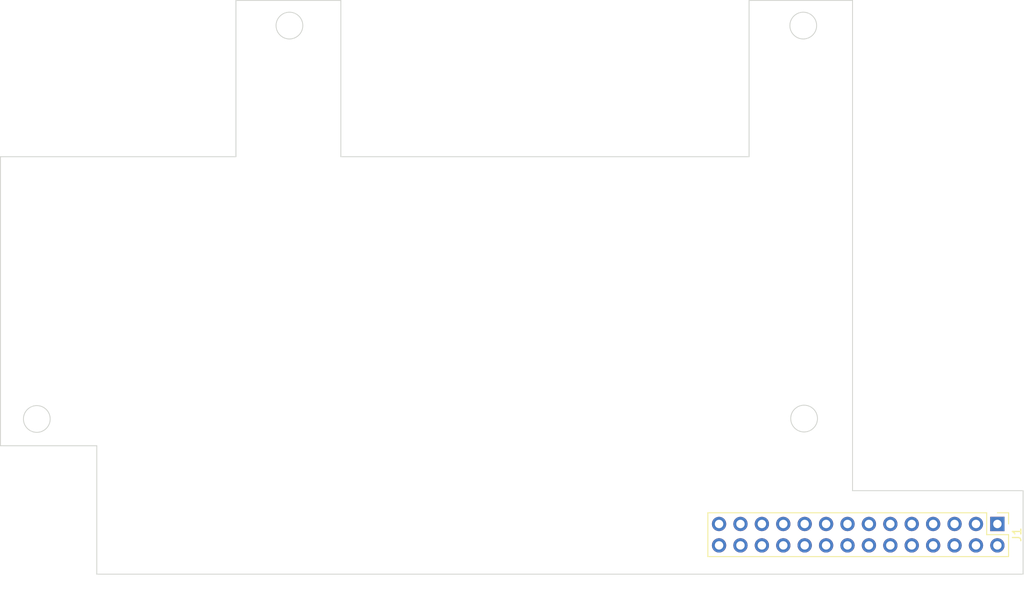
<source format=kicad_pcb>
(kicad_pcb (version 20211014) (generator pcbnew)
  (layers (0 "F.Cu" power) (1 "In1.Cu" signal) (2 "In2.Cu" signal) (31 "B.Cu" power) (34 "B.Paste" user) (35 "F.Paste" user) (36 "B.SilkS" user "B.Silkscreen") (37 "F.SilkS" user "F.Silkscreen") (38 "B.Mask" user) (39 "F.Mask" user) (44 "Edge.Cuts" user))
  (net 0 "")
  (net 1 "GND")
  (net 2 "+VDC")
  (net 3 "+3V3")
  (net 4 "D23")
  (net 5 "D19")
  (net 6 "D18")
  (net 7 "TX")
  (net 8 "RX")
  (net 9 "SCL")
  (net 10 "SDA")
  (net 11 "Z8")
  (net 12 "Z7")
  (net 13 "Z6")
  (net 14 "Z5")
  (net 15 "D26")
  (net 16 "D17")
  (net 17 "D16")
  (footprint "Connector_PinHeader_2.54mm:PinHeader_2x14_P2.54mm_Vertical" (layer "F.Cu") (at 170.349 121.0423 -90)
    (fp_text reference "J1" (at 1.27 -2.33 -90) (layer "F.SilkS"))
    (fp_text value "Conn_02x14_Odd_Even")
    (fp_line (start 1.27 1.27) (end 1.27 -1.33) (layer "F.SilkS") (width 0.12))
    (fp_line (start -1.33 0) (end -1.33 -1.33) (layer "F.SilkS") (width 0.12))
    (fp_line (start -1.33 1.27) (end 1.27 1.27) (layer "F.SilkS") (width 0.12))
    (fp_line (start 3.87 -1.33) (end 3.87 34.35) (layer "F.SilkS") (width 0.12))
    (fp_line (start 1.27 -1.33) (end 3.87 -1.33) (layer "F.SilkS") (width 0.12))
    (fp_line (start -1.33 -1.33) (end 0 -1.33) (layer "F.SilkS") (width 0.12))
    (fp_line (start -1.33 34.35) (end 3.87 34.35) (layer "F.SilkS") (width 0.12))
    (fp_line (start -1.33 1.27) (end -1.33 34.35) (layer "F.SilkS") (width 0.12))
    (pad "1" thru_hole rect locked (at 0 0 270) (size 1.7 1.7) (drill 1) (layers *.Cu *.Mask) (net 2 "+VDC"))
    (pad "2" thru_hole oval locked (at 2.54 0 270) (size 1.7 1.7) (drill 1) (layers *.Cu *.Mask) (net 9 "SCL"))
    (pad "3" thru_hole oval locked (at 0 2.54 270) (size 1.7 1.7) (drill 1) (layers *.Cu *.Mask) (net 2 "+VDC"))
    (pad "4" thru_hole oval locked (at 2.54 2.54 270) (size 1.7 1.7) (drill 1) (layers *.Cu *.Mask) (net 10 "SDA"))
    (pad "5" thru_hole oval locked (at 0 5.08 270) (size 1.7 1.7) (drill 1) (layers *.Cu *.Mask) (net 2 "+VDC"))
    (pad "6" thru_hole oval locked (at 2.54 5.08 270) (size 1.7 1.7) (drill 1) (layers *.Cu *.Mask) (net 11 "Z8"))
    (pad "7" thru_hole oval locked (at 0 7.62 270) (size 1.7 1.7) (drill 1) (layers *.Cu *.Mask) (net 2 "+VDC"))
    (pad "8" thru_hole oval locked (at 2.54 7.62 270) (size 1.7 1.7) (drill 1) (layers *.Cu *.Mask) (net 12 "Z7"))
    (pad "9" thru_hole oval locked (at 0 10.16 270) (size 1.7 1.7) (drill 1) (layers *.Cu *.Mask) (net 2 "+VDC"))
    (pad "10" thru_hole oval locked (at 2.54 10.16 270) (size 1.7 1.7) (drill 1) (layers *.Cu *.Mask) (net 13 "Z6"))
    (pad "11" thru_hole oval locked (at 0 12.7 270) (size 1.7 1.7) (drill 1) (layers *.Cu *.Mask) (net 3 "+3V3"))
    (pad "12" thru_hole oval locked (at 2.54 12.7 270) (size 1.7 1.7) (drill 1) (layers *.Cu *.Mask) (net 14 "Z5"))
    (pad "13" thru_hole oval locked (at 0 15.24 270) (size 1.7 1.7) (drill 1) (layers *.Cu *.Mask) (net 3 "+3V3"))
    (pad "14" thru_hole oval locked (at 2.54 15.24 270) (size 1.7 1.7) (drill 1) (layers *.Cu *.Mask) (net 15 "D26"))
    (pad "15" thru_hole oval locked (at 0 17.78 270) (size 1.7 1.7) (drill 1) (layers *.Cu *.Mask) (net 3 "+3V3"))
    (pad "16" thru_hole oval locked (at 2.54 17.78 270) (size 1.7 1.7) (drill 1) (layers *.Cu *.Mask) (net 4 "D23"))
    (pad "17" thru_hole oval locked (at 0 20.32 270) (size 1.7 1.7) (drill 1) (layers *.Cu *.Mask) (net 3 "+3V3"))
    (pad "18" thru_hole oval locked (at 2.54 20.32 270) (size 1.7 1.7) (drill 1) (layers *.Cu *.Mask) (net 5 "D19"))
    (pad "19" thru_hole oval locked (at 0 22.86 270) (size 1.7 1.7) (drill 1) (layers *.Cu *.Mask) (net 1 "GND"))
    (pad "20" thru_hole oval locked (at 2.54 22.86 270) (size 1.7 1.7) (drill 1) (layers *.Cu *.Mask) (net 6 "D18"))
    (pad "21" thru_hole oval locked (at 0 25.4 270) (size 1.7 1.7) (drill 1) (layers *.Cu *.Mask) (net 1 "GND"))
    (pad "22" thru_hole oval locked (at 2.54 25.4 270) (size 1.7 1.7) (drill 1) (layers *.Cu *.Mask) (net 16 "D17"))
    (pad "23" thru_hole oval locked (at 0 27.94 270) (size 1.7 1.7) (drill 1) (layers *.Cu *.Mask) (net 1 "GND"))
    (pad "24" thru_hole oval locked (at 2.54 27.94 270) (size 1.7 1.7) (drill 1) (layers *.Cu *.Mask) (net 17 "D16"))
    (pad "25" thru_hole oval locked (at 0 30.48 270) (size 1.7 1.7) (drill 1) (layers *.Cu *.Mask) (net 1 "GND"))
    (pad "26" thru_hole oval locked (at 2.54 30.48 270) (size 1.7 1.7) (drill 1) (layers *.Cu *.Mask) (net 7 "TX"))
    (pad "27" thru_hole oval locked (at 0 33.02 270) (size 1.7 1.7) (drill 1) (layers *.Cu *.Mask) (net 1 "GND"))
    (pad "28" thru_hole oval locked (at 2.54 33.02 270) (size 1.7 1.7) (drill 1) (layers *.Cu *.Mask) (net 8 "RX"))
  )
  (gr_line (start 63.5 127) (end 63.5 111.76) (layer "Edge.Cuts") (width 0.1))
  (gr_line (start 52.07 111.76) (end 63.5 111.76) (layer "Edge.Cuts") (width 0.1))
  (gr_line (start 52.07 111.76) (end 52.07 77.47) (layer "Edge.Cuts") (width 0.1))
  (gr_circle (center 56.388 108.585) (end 57.9755 108.585) (layer "Edge.Cuts") (width 0.1) (fill none))
  (gr_circle (center 147.418926 108.536569) (end 149.006426 108.536569) (layer "Edge.Cuts") (width 0.1) (fill none))
  (gr_circle (center 86.36 61.9125) (end 87.9475 61.9125) (layer "Edge.Cuts") (width 0.1) (fill none))
  (gr_circle (center 147.32 61.9125) (end 148.9075 61.9125) (layer "Edge.Cuts") (width 0.1) (fill none))
  (gr_line (start 92.456 58.928) (end 80.01 58.928) (layer "Edge.Cuts") (width 0.1))
  (gr_line (start 80.01 77.47) (end 52.07 77.47) (layer "Edge.Cuts") (width 0.1))
  (gr_line (start 153.167936 58.928) (end 140.8938 58.928) (layer "Edge.Cuts") (width 0.1))
  (gr_line (start 140.8938 77.47) (end 92.456 77.47) (layer "Edge.Cuts") (width 0.1))
  (gr_line (start 92.456 77.47) (end 92.456 58.928) (layer "Edge.Cuts") (width 0.1))
  (gr_line (start 63.5 127) (end 173.399526 127) (layer "Edge.Cuts") (width 0.1))
  (gr_line (start 173.399526 117.094) (end 153.167936 117.094) (layer "Edge.Cuts") (width 0.1))
  (gr_line (start 140.8938 58.928) (end 140.8938 77.47) (layer "Edge.Cuts") (width 0.1))
  (gr_line (start 80.01 58.928) (end 80.01 77.47) (layer "Edge.Cuts") (width 0.1))
  (gr_line (start 173.399526 127) (end 173.399526 117.094) (layer "Edge.Cuts") (width 0.1))
  (gr_line (start 153.167936 117.094) (end 153.167936 58.928) (layer "Edge.Cuts") (width 0.1))
)
</source>
